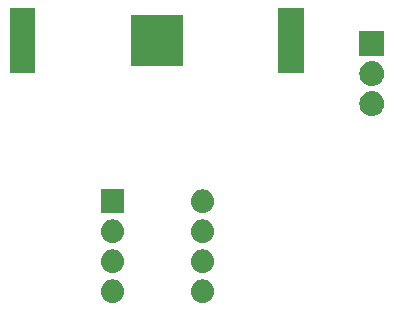
<source format=gbr>
G04 #@! TF.GenerationSoftware,KiCad,Pcbnew,5.0.2+dfsg1-1*
G04 #@! TF.CreationDate,2019-07-05T17:04:00+02:00*
G04 #@! TF.ProjectId,PollFoll,506f6c6c-466f-46c6-9c2e-6b696361645f,rev?*
G04 #@! TF.SameCoordinates,Original*
G04 #@! TF.FileFunction,Soldermask,Bot*
G04 #@! TF.FilePolarity,Negative*
%FSLAX46Y46*%
G04 Gerber Fmt 4.6, Leading zero omitted, Abs format (unit mm)*
G04 Created by KiCad (PCBNEW 5.0.2+dfsg1-1) date vie 05 jul 2019 17:04:00 CEST*
%MOMM*%
%LPD*%
G01*
G04 APERTURE LIST*
%ADD10C,0.100000*%
G04 APERTURE END LIST*
D10*
G36*
X132446030Y-87534469D02*
X132446033Y-87534470D01*
X132446034Y-87534470D01*
X132634535Y-87591651D01*
X132634537Y-87591652D01*
X132808260Y-87684509D01*
X132960528Y-87809472D01*
X133085491Y-87961740D01*
X133178348Y-88135463D01*
X133235531Y-88323970D01*
X133254838Y-88520000D01*
X133235531Y-88716030D01*
X133178348Y-88904537D01*
X133085491Y-89078260D01*
X132960528Y-89230528D01*
X132808260Y-89355491D01*
X132808258Y-89355492D01*
X132634535Y-89448349D01*
X132446034Y-89505530D01*
X132446033Y-89505530D01*
X132446030Y-89505531D01*
X132299124Y-89520000D01*
X132200876Y-89520000D01*
X132053970Y-89505531D01*
X132053967Y-89505530D01*
X132053966Y-89505530D01*
X131865465Y-89448349D01*
X131691742Y-89355492D01*
X131691740Y-89355491D01*
X131539472Y-89230528D01*
X131414509Y-89078260D01*
X131321652Y-88904537D01*
X131264469Y-88716030D01*
X131245162Y-88520000D01*
X131264469Y-88323970D01*
X131321652Y-88135463D01*
X131414509Y-87961740D01*
X131539472Y-87809472D01*
X131691740Y-87684509D01*
X131865463Y-87591652D01*
X131865465Y-87591651D01*
X132053966Y-87534470D01*
X132053967Y-87534470D01*
X132053970Y-87534469D01*
X132200876Y-87520000D01*
X132299124Y-87520000D01*
X132446030Y-87534469D01*
X132446030Y-87534469D01*
G37*
G36*
X140066030Y-87534469D02*
X140066033Y-87534470D01*
X140066034Y-87534470D01*
X140254535Y-87591651D01*
X140254537Y-87591652D01*
X140428260Y-87684509D01*
X140580528Y-87809472D01*
X140705491Y-87961740D01*
X140798348Y-88135463D01*
X140855531Y-88323970D01*
X140874838Y-88520000D01*
X140855531Y-88716030D01*
X140798348Y-88904537D01*
X140705491Y-89078260D01*
X140580528Y-89230528D01*
X140428260Y-89355491D01*
X140428258Y-89355492D01*
X140254535Y-89448349D01*
X140066034Y-89505530D01*
X140066033Y-89505530D01*
X140066030Y-89505531D01*
X139919124Y-89520000D01*
X139820876Y-89520000D01*
X139673970Y-89505531D01*
X139673967Y-89505530D01*
X139673966Y-89505530D01*
X139485465Y-89448349D01*
X139311742Y-89355492D01*
X139311740Y-89355491D01*
X139159472Y-89230528D01*
X139034509Y-89078260D01*
X138941652Y-88904537D01*
X138884469Y-88716030D01*
X138865162Y-88520000D01*
X138884469Y-88323970D01*
X138941652Y-88135463D01*
X139034509Y-87961740D01*
X139159472Y-87809472D01*
X139311740Y-87684509D01*
X139485463Y-87591652D01*
X139485465Y-87591651D01*
X139673966Y-87534470D01*
X139673967Y-87534470D01*
X139673970Y-87534469D01*
X139820876Y-87520000D01*
X139919124Y-87520000D01*
X140066030Y-87534469D01*
X140066030Y-87534469D01*
G37*
G36*
X132446030Y-84994469D02*
X132446033Y-84994470D01*
X132446034Y-84994470D01*
X132634535Y-85051651D01*
X132634537Y-85051652D01*
X132808260Y-85144509D01*
X132960528Y-85269472D01*
X133085491Y-85421740D01*
X133178348Y-85595463D01*
X133235531Y-85783970D01*
X133254838Y-85980000D01*
X133235531Y-86176030D01*
X133178348Y-86364537D01*
X133085491Y-86538260D01*
X132960528Y-86690528D01*
X132808260Y-86815491D01*
X132808258Y-86815492D01*
X132634535Y-86908349D01*
X132446034Y-86965530D01*
X132446033Y-86965530D01*
X132446030Y-86965531D01*
X132299124Y-86980000D01*
X132200876Y-86980000D01*
X132053970Y-86965531D01*
X132053967Y-86965530D01*
X132053966Y-86965530D01*
X131865465Y-86908349D01*
X131691742Y-86815492D01*
X131691740Y-86815491D01*
X131539472Y-86690528D01*
X131414509Y-86538260D01*
X131321652Y-86364537D01*
X131264469Y-86176030D01*
X131245162Y-85980000D01*
X131264469Y-85783970D01*
X131321652Y-85595463D01*
X131414509Y-85421740D01*
X131539472Y-85269472D01*
X131691740Y-85144509D01*
X131865463Y-85051652D01*
X131865465Y-85051651D01*
X132053966Y-84994470D01*
X132053967Y-84994470D01*
X132053970Y-84994469D01*
X132200876Y-84980000D01*
X132299124Y-84980000D01*
X132446030Y-84994469D01*
X132446030Y-84994469D01*
G37*
G36*
X140066030Y-84994469D02*
X140066033Y-84994470D01*
X140066034Y-84994470D01*
X140254535Y-85051651D01*
X140254537Y-85051652D01*
X140428260Y-85144509D01*
X140580528Y-85269472D01*
X140705491Y-85421740D01*
X140798348Y-85595463D01*
X140855531Y-85783970D01*
X140874838Y-85980000D01*
X140855531Y-86176030D01*
X140798348Y-86364537D01*
X140705491Y-86538260D01*
X140580528Y-86690528D01*
X140428260Y-86815491D01*
X140428258Y-86815492D01*
X140254535Y-86908349D01*
X140066034Y-86965530D01*
X140066033Y-86965530D01*
X140066030Y-86965531D01*
X139919124Y-86980000D01*
X139820876Y-86980000D01*
X139673970Y-86965531D01*
X139673967Y-86965530D01*
X139673966Y-86965530D01*
X139485465Y-86908349D01*
X139311742Y-86815492D01*
X139311740Y-86815491D01*
X139159472Y-86690528D01*
X139034509Y-86538260D01*
X138941652Y-86364537D01*
X138884469Y-86176030D01*
X138865162Y-85980000D01*
X138884469Y-85783970D01*
X138941652Y-85595463D01*
X139034509Y-85421740D01*
X139159472Y-85269472D01*
X139311740Y-85144509D01*
X139485463Y-85051652D01*
X139485465Y-85051651D01*
X139673966Y-84994470D01*
X139673967Y-84994470D01*
X139673970Y-84994469D01*
X139820876Y-84980000D01*
X139919124Y-84980000D01*
X140066030Y-84994469D01*
X140066030Y-84994469D01*
G37*
G36*
X132446030Y-82454469D02*
X132446033Y-82454470D01*
X132446034Y-82454470D01*
X132634535Y-82511651D01*
X132634537Y-82511652D01*
X132808260Y-82604509D01*
X132960528Y-82729472D01*
X133085491Y-82881740D01*
X133178348Y-83055463D01*
X133235531Y-83243970D01*
X133254838Y-83440000D01*
X133235531Y-83636030D01*
X133178348Y-83824537D01*
X133085491Y-83998260D01*
X132960528Y-84150528D01*
X132808260Y-84275491D01*
X132808258Y-84275492D01*
X132634535Y-84368349D01*
X132446034Y-84425530D01*
X132446033Y-84425530D01*
X132446030Y-84425531D01*
X132299124Y-84440000D01*
X132200876Y-84440000D01*
X132053970Y-84425531D01*
X132053967Y-84425530D01*
X132053966Y-84425530D01*
X131865465Y-84368349D01*
X131691742Y-84275492D01*
X131691740Y-84275491D01*
X131539472Y-84150528D01*
X131414509Y-83998260D01*
X131321652Y-83824537D01*
X131264469Y-83636030D01*
X131245162Y-83440000D01*
X131264469Y-83243970D01*
X131321652Y-83055463D01*
X131414509Y-82881740D01*
X131539472Y-82729472D01*
X131691740Y-82604509D01*
X131865463Y-82511652D01*
X131865465Y-82511651D01*
X132053966Y-82454470D01*
X132053967Y-82454470D01*
X132053970Y-82454469D01*
X132200876Y-82440000D01*
X132299124Y-82440000D01*
X132446030Y-82454469D01*
X132446030Y-82454469D01*
G37*
G36*
X140066030Y-82454469D02*
X140066033Y-82454470D01*
X140066034Y-82454470D01*
X140254535Y-82511651D01*
X140254537Y-82511652D01*
X140428260Y-82604509D01*
X140580528Y-82729472D01*
X140705491Y-82881740D01*
X140798348Y-83055463D01*
X140855531Y-83243970D01*
X140874838Y-83440000D01*
X140855531Y-83636030D01*
X140798348Y-83824537D01*
X140705491Y-83998260D01*
X140580528Y-84150528D01*
X140428260Y-84275491D01*
X140428258Y-84275492D01*
X140254535Y-84368349D01*
X140066034Y-84425530D01*
X140066033Y-84425530D01*
X140066030Y-84425531D01*
X139919124Y-84440000D01*
X139820876Y-84440000D01*
X139673970Y-84425531D01*
X139673967Y-84425530D01*
X139673966Y-84425530D01*
X139485465Y-84368349D01*
X139311742Y-84275492D01*
X139311740Y-84275491D01*
X139159472Y-84150528D01*
X139034509Y-83998260D01*
X138941652Y-83824537D01*
X138884469Y-83636030D01*
X138865162Y-83440000D01*
X138884469Y-83243970D01*
X138941652Y-83055463D01*
X139034509Y-82881740D01*
X139159472Y-82729472D01*
X139311740Y-82604509D01*
X139485463Y-82511652D01*
X139485465Y-82511651D01*
X139673966Y-82454470D01*
X139673967Y-82454470D01*
X139673970Y-82454469D01*
X139820876Y-82440000D01*
X139919124Y-82440000D01*
X140066030Y-82454469D01*
X140066030Y-82454469D01*
G37*
G36*
X140066030Y-79914469D02*
X140066033Y-79914470D01*
X140066034Y-79914470D01*
X140254535Y-79971651D01*
X140254537Y-79971652D01*
X140428260Y-80064509D01*
X140580528Y-80189472D01*
X140705491Y-80341740D01*
X140798348Y-80515463D01*
X140855531Y-80703970D01*
X140874838Y-80900000D01*
X140855531Y-81096030D01*
X140798348Y-81284537D01*
X140705491Y-81458260D01*
X140580528Y-81610528D01*
X140428260Y-81735491D01*
X140428258Y-81735492D01*
X140254535Y-81828349D01*
X140066034Y-81885530D01*
X140066033Y-81885530D01*
X140066030Y-81885531D01*
X139919124Y-81900000D01*
X139820876Y-81900000D01*
X139673970Y-81885531D01*
X139673967Y-81885530D01*
X139673966Y-81885530D01*
X139485465Y-81828349D01*
X139311742Y-81735492D01*
X139311740Y-81735491D01*
X139159472Y-81610528D01*
X139034509Y-81458260D01*
X138941652Y-81284537D01*
X138884469Y-81096030D01*
X138865162Y-80900000D01*
X138884469Y-80703970D01*
X138941652Y-80515463D01*
X139034509Y-80341740D01*
X139159472Y-80189472D01*
X139311740Y-80064509D01*
X139485463Y-79971652D01*
X139485465Y-79971651D01*
X139673966Y-79914470D01*
X139673967Y-79914470D01*
X139673970Y-79914469D01*
X139820876Y-79900000D01*
X139919124Y-79900000D01*
X140066030Y-79914469D01*
X140066030Y-79914469D01*
G37*
G36*
X133250000Y-81900000D02*
X131250000Y-81900000D01*
X131250000Y-79900000D01*
X133250000Y-79900000D01*
X133250000Y-81900000D01*
X133250000Y-81900000D01*
G37*
G36*
X154328707Y-71597596D02*
X154405836Y-71605193D01*
X154537787Y-71645220D01*
X154603763Y-71665233D01*
X154786172Y-71762733D01*
X154946054Y-71893946D01*
X155077267Y-72053828D01*
X155174767Y-72236237D01*
X155174767Y-72236238D01*
X155234807Y-72434164D01*
X155255080Y-72640000D01*
X155234807Y-72845836D01*
X155194780Y-72977787D01*
X155174767Y-73043763D01*
X155077267Y-73226172D01*
X154946054Y-73386054D01*
X154786172Y-73517267D01*
X154603763Y-73614767D01*
X154537787Y-73634780D01*
X154405836Y-73674807D01*
X154328707Y-73682403D01*
X154251580Y-73690000D01*
X154148420Y-73690000D01*
X154071293Y-73682403D01*
X153994164Y-73674807D01*
X153862213Y-73634780D01*
X153796237Y-73614767D01*
X153613828Y-73517267D01*
X153453946Y-73386054D01*
X153322733Y-73226172D01*
X153225233Y-73043763D01*
X153205220Y-72977787D01*
X153165193Y-72845836D01*
X153144920Y-72640000D01*
X153165193Y-72434164D01*
X153225233Y-72236238D01*
X153225233Y-72236237D01*
X153322733Y-72053828D01*
X153453946Y-71893946D01*
X153613828Y-71762733D01*
X153796237Y-71665233D01*
X153862213Y-71645220D01*
X153994164Y-71605193D01*
X154071293Y-71597596D01*
X154148420Y-71590000D01*
X154251580Y-71590000D01*
X154328707Y-71597596D01*
X154328707Y-71597596D01*
G37*
G36*
X154328707Y-69057597D02*
X154405836Y-69065193D01*
X154537787Y-69105220D01*
X154603763Y-69125233D01*
X154786172Y-69222733D01*
X154946054Y-69353946D01*
X155077267Y-69513828D01*
X155174767Y-69696237D01*
X155174767Y-69696238D01*
X155234807Y-69894164D01*
X155255080Y-70100000D01*
X155234807Y-70305836D01*
X155194780Y-70437787D01*
X155174767Y-70503763D01*
X155077267Y-70686172D01*
X154946054Y-70846054D01*
X154786172Y-70977267D01*
X154603763Y-71074767D01*
X154537787Y-71094780D01*
X154405836Y-71134807D01*
X154328707Y-71142404D01*
X154251580Y-71150000D01*
X154148420Y-71150000D01*
X154071293Y-71142404D01*
X153994164Y-71134807D01*
X153862213Y-71094780D01*
X153796237Y-71074767D01*
X153613828Y-70977267D01*
X153453946Y-70846054D01*
X153322733Y-70686172D01*
X153225233Y-70503763D01*
X153205220Y-70437787D01*
X153165193Y-70305836D01*
X153144920Y-70100000D01*
X153165193Y-69894164D01*
X153225233Y-69696238D01*
X153225233Y-69696237D01*
X153322733Y-69513828D01*
X153453946Y-69353946D01*
X153613828Y-69222733D01*
X153796237Y-69125233D01*
X153862213Y-69105220D01*
X153994164Y-69065193D01*
X154071293Y-69057597D01*
X154148420Y-69050000D01*
X154251580Y-69050000D01*
X154328707Y-69057597D01*
X154328707Y-69057597D01*
G37*
G36*
X148430000Y-70050000D02*
X146290000Y-70050000D01*
X146290000Y-64550000D01*
X148430000Y-64550000D01*
X148430000Y-70050000D01*
X148430000Y-70050000D01*
G37*
G36*
X125710000Y-70050000D02*
X123570000Y-70050000D01*
X123570000Y-64550000D01*
X125710000Y-64550000D01*
X125710000Y-70050000D01*
X125710000Y-70050000D01*
G37*
G36*
X138180000Y-69480000D02*
X133820000Y-69480000D01*
X133820000Y-65120000D01*
X138180000Y-65120000D01*
X138180000Y-69480000D01*
X138180000Y-69480000D01*
G37*
G36*
X155250000Y-68610000D02*
X153150000Y-68610000D01*
X153150000Y-66510000D01*
X155250000Y-66510000D01*
X155250000Y-68610000D01*
X155250000Y-68610000D01*
G37*
M02*

</source>
